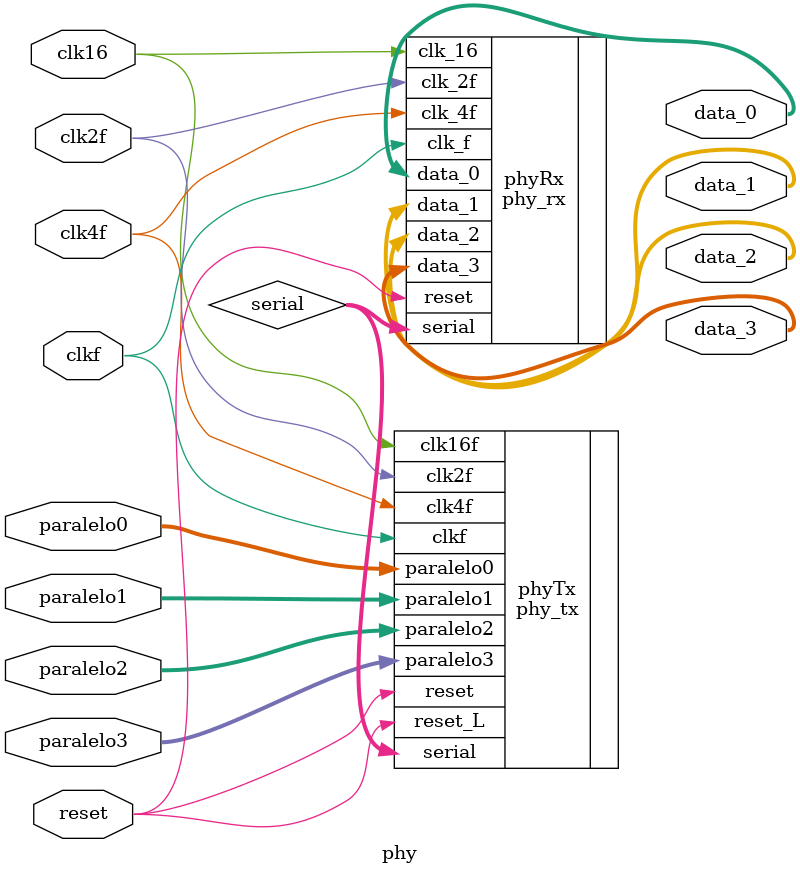
<source format=v>
`include "phy_rx.v"
`include "phy_tx.v"


module phy(input clk16,input clk4f,input clk2f,	input clkf, input reset,input [8:0]paralelo0,input [8:0]paralelo1 ,input [8:0]paralelo2,input [8:0]paralelo3 ,output [8:0]data_0 ,output [8:0]data_1,output [8:0]data_2,output [8:0]data_3 );
   /*AUTOWIRE*/
   // Beginning of automatic wires (for undeclared instantiated-module outputs)
   wire [1:0]		serial;			// From phyTx of phy_tx.v
   // End of automatics
   
   phy_rx phyRx (/*AUTOINST*/
		 // Outputs
		 .data_0		(data_0[8:0]),
		 .data_1		(data_1[8:0]),
		 .data_2		(data_2[8:0]),
		 .data_3		(data_3[8:0]),
		 // Inputs
		 .clk_f			(clkf),
		 .clk_2f		(clk2f),
		 .clk_4f		(clk4f),
		 .clk_16		(clk16),
		 .reset			(reset),
		 .serial		(serial[1:0]));

   phy_tx phyTx (/*AUTOINST*/
		 // Outputs
		 .serial		(serial[1:0]),
		 // Inputs
		 .clk16f		(clk16),
		 .clk4f			(clk4f),
		 .clk2f			(clk2f),
		 .clkf			(clkf),
		 .reset			(reset),
		 .reset_L		(reset),
		 .paralelo0		(paralelo0[8:0]),
		 .paralelo1		(paralelo1[8:0]),
		 .paralelo2		(paralelo2[8:0]),
		 .paralelo3		(paralelo3[8:0]));

   
   
   endmodule

</source>
